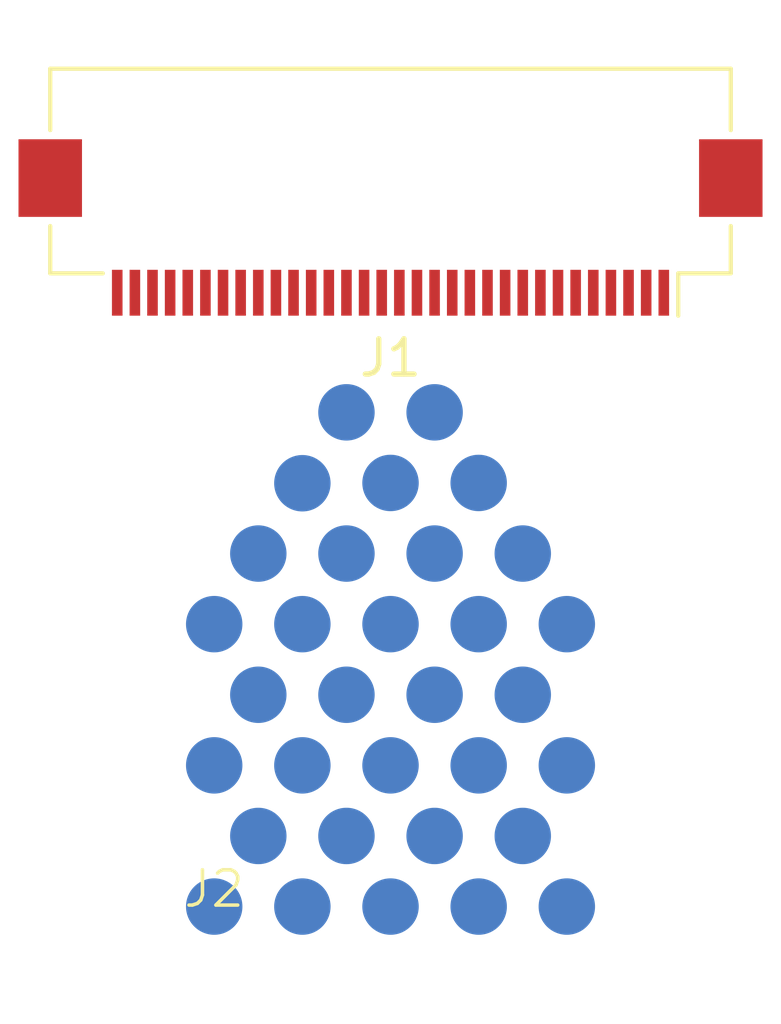
<source format=kicad_pcb>
(kicad_pcb (version 20241229) (generator "pcbnew") (generator_version "9.0")
  (layers (0 "F.Cu" signal) (2 "B.Cu" signal) (13 "F.Paste" user) (15 "B.Paste" user) (5 "F.SilkS" user "F.Silkscreen") (7 "B.SilkS" user "B.Silkscreen") (1 "F.Mask" user) (3 "B.Mask" user) (25 "Edge.Cuts" user))
  (net 0 "")
  (net 1 "/E9")
  (net 2 "/E26")
  (net 3 "/E20")
  (net 4 "/E13")
  (net 5 "/E3")
  (net 6 "/E22")
  (net 7 "/E6")
  (net 8 "/E28")
  (net 9 "/E21")
  (net 10 "/E11")
  (net 11 "/E25")
  (net 12 "/E19")
  (net 13 "/E8")
  (net 14 "/E10")
  (net 15 "/E18")
  (net 16 "/E24")
  (net 17 "/E27")
  (net 18 "/E4")
  (net 19 "/E12")
  (net 20 "/E1")
  (net 21 "/E17")
  (net 22 "/E29")
  (net 23 "/E2")
  (net 24 "/E23")
  (net 25 "/E7")
  (net 26 "/E16")
  (net 27 "/E32")
  (net 28 "/E15")
  (net 29 "/E30")
  (net 30 "/E14")
  (net 31 "/E31")
  (net 32 "/E5")
  (footprint "Touchpoint:EEOP_Electrodes" (layer "F.Cu") (at 32.25 47)
    (property "Reference" "J2" (at 0 -0.5 0) (layer "F.SilkS") (effects (font (thickness 0.1))))
    (property "Value" "Conn_01x32")
    (pad "1" smd circle (at 0 0) (size 1.6 1.6) (layers "B.Cu" "B.Mask" "B.Paste") (net 20 "/E1"))
    (pad "2" smd circle (at 2.5 0) (size 1.6 1.6) (layers "B.Cu" "B.Mask" "B.Paste") (net 23 "/E2"))
    (pad "3" smd circle (at 5 0) (size 1.6 1.6) (layers "B.Cu" "B.Mask" "B.Paste") (net 5 "/E3"))
    (pad "4" smd circle (at 7.5 0) (size 1.6 1.6) (layers "B.Cu" "B.Mask" "B.Paste") (net 18 "/E4"))
    (pad "5" smd circle (at 10 0) (size 1.6 1.6) (layers "B.Cu" "B.Mask" "B.Paste") (net 32 "/E5"))
    (pad "6" smd circle (at 1.250609 -2.001394) (size 1.6 1.6) (layers "B.Cu" "B.Mask" "B.Paste") (net 7 "/E6"))
    (pad "7" smd circle (at 3.750609 -2.001394) (size 1.6 1.6) (layers "B.Cu" "B.Mask" "B.Paste") (net 25 "/E7"))
    (pad "8" smd circle (at 6.250609 -2.001394) (size 1.6 1.6) (layers "B.Cu" "B.Mask" "B.Paste") (net 13 "/E8"))
    (pad "9" smd circle (at 8.750609 -2.001394) (size 1.6 1.6) (layers "B.Cu" "B.Mask" "B.Paste") (net 1 "/E9"))
    (pad "10" smd circle (at 0 -4.002787) (size 1.6 1.6) (layers "B.Cu" "B.Mask" "B.Paste") (net 14 "/E10"))
    (pad "11" smd circle (at 2.5 -4.002787) (size 1.6 1.6) (layers "B.Cu" "B.Mask" "B.Paste") (net 10 "/E11"))
    (pad "12" smd circle (at 5 -4.002787) (size 1.6 1.6) (layers "B.Cu" "B.Mask" "B.Paste") (net 19 "/E12"))
    (pad "13" smd circle (at 7.5 -4.002787) (size 1.6 1.6) (layers "B.Cu" "B.Mask" "B.Paste") (net 4 "/E13"))
    (pad "14" smd circle (at 10 -4.002787) (size 1.6 1.6) (layers "B.Cu" "B.Mask" "B.Paste") (net 30 "/E14"))
    (pad "15" smd circle (at 1.250609 -6.004181) (size 1.6 1.6) (layers "B.Cu" "B.Mask" "B.Paste") (net 28 "/E15"))
    (pad "16" smd circle (at 3.750609 -6.004181) (size 1.6 1.6) (layers "B.Cu" "B.Mask" "B.Paste") (net 26 "/E16"))
    (pad "17" smd circle (at 6.250609 -6.004181) (size 1.6 1.6) (layers "B.Cu" "B.Mask" "B.Paste") (net 21 "/E17"))
    (pad "18" smd circle (at 8.750609 -6.004181) (size 1.6 1.6) (layers "B.Cu" "B.Mask" "B.Paste") (net 15 "/E18"))
    (pad "19" smd circle (at 0 -8.005574) (size 1.6 1.6) (layers "B.Cu" "B.Mask" "B.Paste") (net 12 "/E19"))
    (pad "20" smd circle (at 2.5 -8.005574) (size 1.6 1.6) (layers "B.Cu" "B.Mask" "B.Paste") (net 3 "/E20"))
    (pad "21" smd circle (at 5 -8.005574) (size 1.6 1.6) (layers "B.Cu" "B.Mask" "B.Paste") (net 9 "/E21"))
    (pad "22" smd circle (at 7.5 -8.005574) (size 1.6 1.6) (layers "B.Cu" "B.Mask" "B.Paste") (net 6 "/E22"))
    (pad "23" smd circle (at 10 -8.005574) (size 1.6 1.6) (layers "B.Cu" "B.Mask" "B.Paste") (net 24 "/E23"))
    (pad "24" smd circle (at 1.250609 -10.006968) (size 1.6 1.6) (layers "B.Cu" "B.Mask" "B.Paste") (net 16 "/E24"))
    (pad "25" smd circle (at 3.750609 -10.006968) (size 1.6 1.6) (layers "B.Cu" "B.Mask" "B.Paste") (net 11 "/E25"))
    (pad "26" smd circle (at 6.250609 -10.006968) (size 1.6 1.6) (layers "B.Cu" "B.Mask" "B.Paste") (net 2 "/E26"))
    (pad "27" smd circle (at 8.750609 -10.006968) (size 1.6 1.6) (layers "B.Cu" "B.Mask" "B.Paste") (net 17 "/E27"))
    (pad "28" smd circle (at 2.5 -12) (size 1.6 1.6) (layers "B.Cu" "B.Mask" "B.Paste") (net 8 "/E28"))
    (pad "29" smd circle (at 5 -12.008361) (size 1.6 1.6) (layers "B.Cu" "B.Mask" "B.Paste") (net 22 "/E29"))
    (pad "30" smd circle (at 7.5 -12.008361) (size 1.6 1.6) (layers "B.Cu" "B.Mask" "B.Paste") (net 29 "/E30"))
    (pad "31" smd circle (at 3.750609 -14.009755) (size 1.6 1.6) (layers "B.Cu" "B.Mask" "B.Paste") (net 31 "/E31"))
    (pad "32" smd circle (at 6.250609 -14.009755) (size 1.6 1.6) (layers "B.Cu" "B.Mask" "B.Paste") (net 27 "/E32"))
  )
  (footprint "Connector_FFC-FPC:Hirose_FH12-32S-0.5SH_1x32-1MP_P0.50mm_Horizontal" (layer "F.Cu") (at 37.25 27.75 180)
    (property "Reference" "J1" (at 0 -3.7 0) (layer "F.SilkS"))
    (property "Value" "Conn_01x32")
    (fp_line (start 9.65 4.5) (end 9.65 2.76) (stroke (width 0.12)) (layer "F.SilkS"))
    (fp_line (start 9.65 -1.3) (end 9.65 0.04) (stroke (width 0.12)) (layer "F.SilkS"))
    (fp_line (start 8.16 -1.3) (end 9.65 -1.3) (stroke (width 0.12)) (layer "F.SilkS"))
    (fp_line (start -8.16 -1.3) (end -8.16 -2.5) (stroke (width 0.12)) (layer "F.SilkS"))
    (fp_line (start -8.16 -1.3) (end -9.65 -1.3) (stroke (width 0.12)) (layer "F.SilkS"))
    (fp_line (start -9.65 4.5) (end 9.65 4.5) (stroke (width 0.12)) (layer "F.SilkS"))
    (fp_line (start -9.65 2.76) (end -9.65 4.5) (stroke (width 0.12)) (layer "F.SilkS"))
    (fp_line (start -9.65 -1.3) (end -9.65 0.04) (stroke (width 0.12)) (layer "F.SilkS"))
    (pad "1" smd rect (at -7.75 -1.85 180) (size 0.3 1.3) (layers "F.Cu" "F.Mask" "F.Paste") (net 27 "/E32"))
    (pad "2" smd rect (at -7.25 -1.85 180) (size 0.3 1.3) (layers "F.Cu" "F.Mask" "F.Paste") (net 31 "/E31"))
    (pad "3" smd rect (at -6.75 -1.85 180) (size 0.3 1.3) (layers "F.Cu" "F.Mask" "F.Paste") (net 29 "/E30"))
    (pad "4" smd rect (at -6.25 -1.85 180) (size 0.3 1.3) (layers "F.Cu" "F.Mask" "F.Paste") (net 22 "/E29"))
    (pad "5" smd rect (at -5.75 -1.85 180) (size 0.3 1.3) (layers "F.Cu" "F.Mask" "F.Paste") (net 8 "/E28"))
    (pad "6" smd rect (at -5.25 -1.85 180) (size 0.3 1.3) (layers "F.Cu" "F.Mask" "F.Paste") (net 17 "/E27"))
    (pad "7" smd rect (at -4.75 -1.85 180) (size 0.3 1.3) (layers "F.Cu" "F.Mask" "F.Paste") (net 2 "/E26"))
    (pad "8" smd rect (at -4.25 -1.85 180) (size 0.3 1.3) (layers "F.Cu" "F.Mask" "F.Paste") (net 11 "/E25"))
    (pad "9" smd rect (at -3.75 -1.85 180) (size 0.3 1.3) (layers "F.Cu" "F.Mask" "F.Paste") (net 16 "/E24"))
    (pad "10" smd rect (at -3.25 -1.85 180) (size 0.3 1.3) (layers "F.Cu" "F.Mask" "F.Paste") (net 24 "/E23"))
    (pad "11" smd rect (at -2.75 -1.85 180) (size 0.3 1.3) (layers "F.Cu" "F.Mask" "F.Paste") (net 6 "/E22"))
    (pad "12" smd rect (at -2.25 -1.85 180) (size 0.3 1.3) (layers "F.Cu" "F.Mask" "F.Paste") (net 9 "/E21"))
    (pad "13" smd rect (at -1.75 -1.85 180) (size 0.3 1.3) (layers "F.Cu" "F.Mask" "F.Paste") (net 3 "/E20"))
    (pad "14" smd rect (at -1.25 -1.85 180) (size 0.3 1.3) (layers "F.Cu" "F.Mask" "F.Paste") (net 12 "/E19"))
    (pad "15" smd rect (at -0.75 -1.85 180) (size 0.3 1.3) (layers "F.Cu" "F.Mask" "F.Paste") (net 15 "/E18"))
    (pad "16" smd rect (at -0.25 -1.85 180) (size 0.3 1.3) (layers "F.Cu" "F.Mask" "F.Paste") (net 21 "/E17"))
    (pad "17" smd rect (at 0.25 -1.85 180) (size 0.3 1.3) (layers "F.Cu" "F.Mask" "F.Paste") (net 26 "/E16"))
    (pad "18" smd rect (at 0.75 -1.85 180) (size 0.3 1.3) (layers "F.Cu" "F.Mask" "F.Paste") (net 28 "/E15"))
    (pad "19" smd rect (at 1.25 -1.85 180) (size 0.3 1.3) (layers "F.Cu" "F.Mask" "F.Paste") (net 30 "/E14"))
    (pad "20" smd rect (at 1.75 -1.85 180) (size 0.3 1.3) (layers "F.Cu" "F.Mask" "F.Paste") (net 4 "/E13"))
    (pad "21" smd rect (at 2.25 -1.85 180) (size 0.3 1.3) (layers "F.Cu" "F.Mask" "F.Paste") (net 19 "/E12"))
    (pad "22" smd rect (at 2.75 -1.85 180) (size 0.3 1.3) (layers "F.Cu" "F.Mask" "F.Paste") (net 10 "/E11"))
    (pad "23" smd rect (at 3.25 -1.85 180) (size 0.3 1.3) (layers "F.Cu" "F.Mask" "F.Paste") (net 14 "/E10"))
    (pad "24" smd rect (at 3.75 -1.85 180) (size 0.3 1.3) (layers "F.Cu" "F.Mask" "F.Paste") (net 1 "/E9"))
    (pad "25" smd rect (at 4.25 -1.85 180) (size 0.3 1.3) (layers "F.Cu" "F.Mask" "F.Paste") (net 13 "/E8"))
    (pad "26" smd rect (at 4.75 -1.85 180) (size 0.3 1.3) (layers "F.Cu" "F.Mask" "F.Paste") (net 25 "/E7"))
    (pad "27" smd rect (at 5.25 -1.85 180) (size 0.3 1.3) (layers "F.Cu" "F.Mask" "F.Paste") (net 7 "/E6"))
    (pad "28" smd rect (at 5.75 -1.85 180) (size 0.3 1.3) (layers "F.Cu" "F.Mask" "F.Paste") (net 32 "/E5"))
    (pad "29" smd rect (at 6.25 -1.85 180) (size 0.3 1.3) (layers "F.Cu" "F.Mask" "F.Paste") (net 18 "/E4"))
    (pad "30" smd rect (at 6.75 -1.85 180) (size 0.3 1.3) (layers "F.Cu" "F.Mask" "F.Paste") (net 5 "/E3"))
    (pad "31" smd rect (at 7.25 -1.85 180) (size 0.3 1.3) (layers "F.Cu" "F.Mask" "F.Paste") (net 23 "/E2"))
    (pad "32" smd rect (at 7.75 -1.85 180) (size 0.3 1.3) (layers "F.Cu" "F.Mask" "F.Paste") (net 20 "/E1"))
    (pad "MP" smd rect (at -9.65 1.4 180) (size 1.8 2.2) (layers "F.Cu" "F.Mask" "F.Paste"))
    (pad "MP" smd rect (at 9.65 1.4 180) (size 1.8 2.2) (layers "F.Cu" "F.Mask" "F.Paste"))
  )
)
</source>
